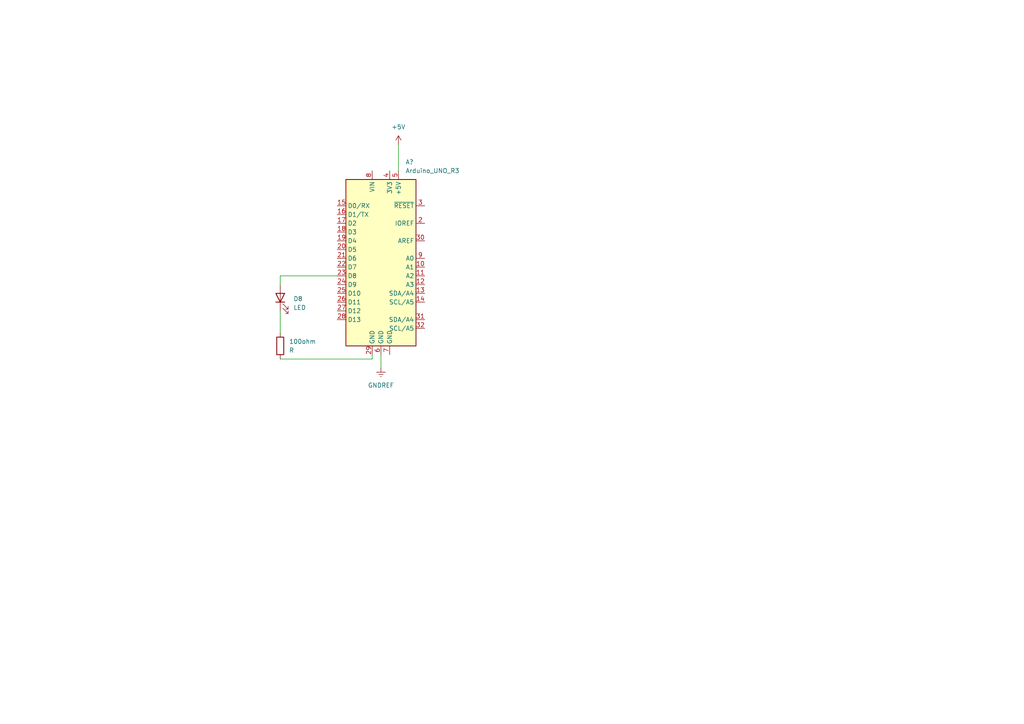
<source format=kicad_sch>
(kicad_sch (version 20211123) (generator eeschema)
  (paper "A4")
  (lib_symbols
    (symbol "Device:LED" (pin_numbers hide) (pin_names (offset 1.016) hide)
      (property "Reference" "D" (at 0 2.54 0))
      (property "Value" "LED" (at 0 -2.54 0))
      (symbol "LED_0_1"
        (polyline (pts (xy -1.27 -1.27) (xy -1.27 1.27)) (stroke (width 0.254)))
        (polyline (pts (xy -1.27 0) (xy 1.27 0)))
        (polyline (pts (xy 1.27 -1.27) (xy 1.27 1.27) (xy -1.27 0) (xy 1.27 -1.27)) (stroke (width 0.254)))
        (polyline (pts (xy -3.048 -0.762) (xy -4.572 -2.286) (xy -3.81 -2.286) (xy -4.572 -2.286) (xy -4.572 -1.524)))
        (polyline (pts (xy -1.778 -0.762) (xy -3.302 -2.286) (xy -2.54 -2.286) (xy -3.302 -2.286) (xy -3.302 -1.524)))
      )
      (symbol "LED_1_1"
        (pin passive line (at -3.81 0 0) (length 2.54) (name "K") (number "1"))
        (pin passive line (at 3.81 0 180) (length 2.54) (name "A") (number "2"))
      )
    )
    (symbol "Device:R" (pin_numbers hide) (pin_names (offset 0))
      (property "Reference" "R" (at 2.032 0 90))
      (property "Value" "R" (at 0 0 90))
      (symbol "R_0_1"
        (rectangle (start -1.016 -2.54) (end 1.016 2.54) (stroke (width 0.254)))
      )
      (symbol "R_1_1"
        (pin passive line (at 0 3.81 270) (length 1.27) (name "~") (number "1"))
        (pin passive line (at 0 -3.81 90) (length 1.27) (name "~") (number "2"))
      )
    )
    (symbol "MCU_Module:Arduino_UNO_R3"
      (property "Reference" "A" (at -10.16 23.495 0))
      (property "Value" "Arduino_UNO_R3" (at 5.08 -26.67 0))
      (symbol "Arduino_UNO_R3_0_1"
        (rectangle (start -10.16 22.86) (end 10.16 -25.4) (stroke (width 0.254)) (fill (type background)))
      )
      (symbol "Arduino_UNO_R3_1_1"
        (pin no_connect line (at -10.16 -20.32 0) (length 2.54) hide (name "NC") (number "1"))
        (pin bidirectional line (at 12.7 -2.54 180) (length 2.54) (name "A1") (number "10"))
        (pin bidirectional line (at 12.7 -5.08 180) (length 2.54) (name "A2") (number "11"))
        (pin bidirectional line (at 12.7 -7.62 180) (length 2.54) (name "A3") (number "12"))
        (pin bidirectional line (at 12.7 -10.16 180) (length 2.54) (name "SDA/A4") (number "13"))
        (pin bidirectional line (at 12.7 -12.7 180) (length 2.54) (name "SCL/A5") (number "14"))
        (pin bidirectional line (at -12.7 15.24 0) (length 2.54) (name "D0/RX") (number "15"))
        (pin bidirectional line (at -12.7 12.7 0) (length 2.54) (name "D1/TX") (number "16"))
        (pin bidirectional line (at -12.7 10.16 0) (length 2.54) (name "D2") (number "17"))
        (pin bidirectional line (at -12.7 7.62 0) (length 2.54) (name "D3") (number "18"))
        (pin bidirectional line (at -12.7 5.08 0) (length 2.54) (name "D4") (number "19"))
        (pin output line (at 12.7 10.16 180) (length 2.54) (name "IOREF") (number "2"))
        (pin bidirectional line (at -12.7 2.54 0) (length 2.54) (name "D5") (number "20"))
        (pin bidirectional line (at -12.7 0 0) (length 2.54) (name "D6") (number "21"))
        (pin bidirectional line (at -12.7 -2.54 0) (length 2.54) (name "D7") (number "22"))
        (pin bidirectional line (at -12.7 -5.08 0) (length 2.54) (name "D8") (number "23"))
        (pin bidirectional line (at -12.7 -7.62 0) (length 2.54) (name "D9") (number "24"))
        (pin bidirectional line (at -12.7 -10.16 0) (length 2.54) (name "D10") (number "25"))
        (pin bidirectional line (at -12.7 -12.7 0) (length 2.54) (name "D11") (number "26"))
        (pin bidirectional line (at -12.7 -15.24 0) (length 2.54) (name "D12") (number "27"))
        (pin bidirectional line (at -12.7 -17.78 0) (length 2.54) (name "D13") (number "28"))
        (pin power_in line (at -2.54 -27.94 90) (length 2.54) (name "GND") (number "29"))
        (pin input line (at 12.7 15.24 180) (length 2.54) (name "~{RESET}") (number "3"))
        (pin input line (at 12.7 5.08 180) (length 2.54) (name "AREF") (number "30"))
        (pin bidirectional line (at 12.7 -17.78 180) (length 2.54) (name "SDA/A4") (number "31"))
        (pin bidirectional line (at 12.7 -20.32 180) (length 2.54) (name "SCL/A5") (number "32"))
        (pin power_out line (at 2.54 25.4 270) (length 2.54) (name "3V3") (number "4"))
        (pin power_out line (at 5.08 25.4 270) (length 2.54) (name "+5V") (number "5"))
        (pin power_in line (at 0 -27.94 90) (length 2.54) (name "GND") (number "6"))
        (pin power_in line (at 2.54 -27.94 90) (length 2.54) (name "GND") (number "7"))
        (pin power_in line (at -2.54 25.4 270) (length 2.54) (name "VIN") (number "8"))
        (pin bidirectional line (at 12.7 0 180) (length 2.54) (name "A0") (number "9"))
      )
    )
    (symbol "power:+5V" (power) (pin_names (offset 0))
      (property "Value" "+5V" (at 0 3.556 0))
      (symbol "+5V_0_1"
        (polyline (pts (xy -0.762 1.27) (xy 0 2.54)))
        (polyline (pts (xy 0 0) (xy 0 2.54)))
        (polyline (pts (xy 0 2.54) (xy 0.762 1.27)))
      )
      (symbol "+5V_1_1"
        (pin power_in line (at 0 0 90) (length 0) hide (name "+5V") (number "1"))
      )
    )
    (symbol "power:GNDREF" (power) (pin_names (offset 0))
      (property "Value" "GNDREF" (at 0 -3.81 0))
      (symbol "GNDREF_0_1"
        (polyline (pts (xy -0.635 -1.905) (xy 0.635 -1.905)))
        (polyline (pts (xy -0.127 -2.54) (xy 0.127 -2.54)))
        (polyline (pts (xy 0 -1.27) (xy 0 0)))
        (polyline (pts (xy 1.27 -1.27) (xy -1.27 -1.27)))
      )
      (symbol "GNDREF_1_1"
        (pin power_in line (at 0 0 270) (length 0) hide (name "GNDREF") (number "1"))
      )
    )
  )
  (wire (pts (xy 115.57 41.91) (xy 115.57 49.53)))
  (wire (pts (xy 97.79 80.01) (xy 81.28 80.01)))
  (wire (pts (xy 110.49 102.87) (xy 110.49 106.68)))
  (wire (pts (xy 81.28 90.17) (xy 81.28 96.52)))
  (wire (pts (xy 81.28 80.01) (xy 81.28 82.55)))
  (wire (pts (xy 107.95 104.14) (xy 107.95 102.87)))
  (wire (pts (xy 81.28 104.14) (xy 107.95 104.14)))
  (symbol (lib_id "MCU_Module:Arduino_UNO_R3") (at 110.49 74.93 0) (unit 1)
    (property "Reference" "A?" (at 117.5894 46.99 0) (effects (justify left)))
    (property "Value" "Arduino_UNO_R3" (at 117.5894 49.53 0) (effects (justify left)))
    (property "Footprint" "Module:Arduino_UNO_R3" (effects hide))
    (property "Datasheet" "https://www.arduino.cc/en/Main/arduinoBoardUno" (effects hide))
  )
  (symbol (lib_id "Device:LED") (at 81.28 86.36 90) (unit 1)
    (property "Reference" "D8" (at 85.09 86.6774 90) (effects (justify right)))
    (property "Value" "LED" (at 85.09 89.2174 90) (effects (justify right)))
  )
  (symbol (lib_id "Device:R") (at 81.28 100.33 0) (unit 1)
    (property "Reference" "100ohm" (at 83.82 99.0599 0) (effects (justify left)))
    (property "Value" "R" (at 83.82 101.5999 0) (effects (justify left)))
  )
  (symbol (lib_id "power:GNDREF") (at 110.49 106.68 0) (unit 1)
    (property "Reference" "#PWR?" (effects hide))
    (property "Value" "GNDREF" (at 110.49 111.76 0))
  )
  (symbol (lib_id "power:+5V") (at 115.57 41.91 0) (unit 1)
    (property "Reference" "#PWR?" (effects hide))
    (property "Value" "+5V" (at 115.57 36.83 0))
  )
)
</source>
